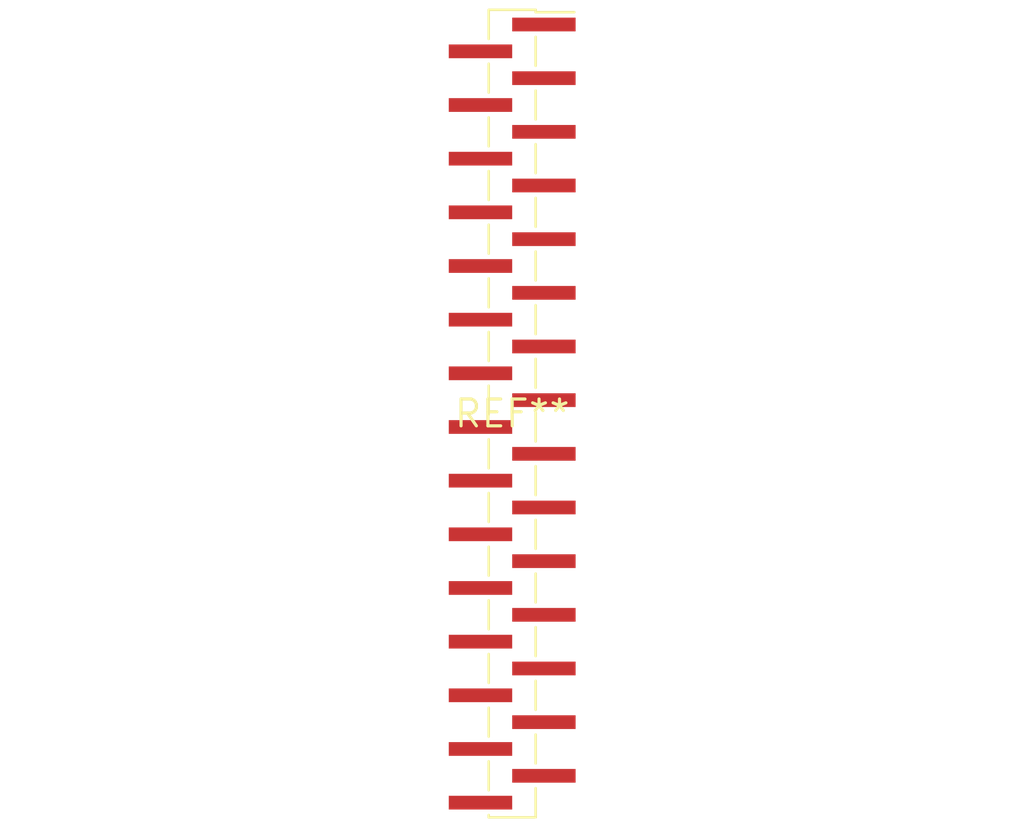
<source format=kicad_pcb>
(kicad_pcb (version 20240108) (generator pcbnew)
  (layers (0 "F.Cu" signal) (31 "B.Cu" signal) (34 "B.Paste" user) (35 "F.Paste" user) (36 "B.SilkS" user "B.Silkscreen") (37 "F.SilkS" user "F.Silkscreen") (38 "B.Mask" user) (39 "F.Mask" user) (44 "Edge.Cuts" user))
  (net 0 "")
  (footprint "PinHeader_1x30_P1.27mm_Vertical_SMD_Pin1Right" (layer "F.Cu") (at 0 0)
    (property "Reference" "REF**")
    (property "Value" "PinHeader_1x30_P1.27mm_Vertical_SMD_Pin1Right")
    (fp_line (start -1.11 -19.11) (end 1.11 -19.11) (layer "F.SilkS") (stroke (width 0.12)))
    (fp_line (start -1.11 -19.1) (end -1.11 -17.73) (layer "F.SilkS") (stroke (width 0.12)))
    (fp_line (start -1.11 -16.56) (end -1.11 -15.19) (layer "F.SilkS") (stroke (width 0.12)))
    (fp_line (start -1.11 -14.02) (end -1.11 -12.65) (layer "F.SilkS") (stroke (width 0.12)))
    (fp_line (start -1.11 -11.48) (end -1.11 -10.11) (layer "F.SilkS") (stroke (width 0.12)))
    (fp_line (start -1.11 -8.94) (end -1.11 -7.57) (layer "F.SilkS") (stroke (width 0.12)))
    (fp_line (start -1.11 -6.4) (end -1.11 -5.03) (layer "F.SilkS") (stroke (width 0.12)))
    (fp_line (start -1.11 -3.86) (end -1.11 -2.49) (layer "F.SilkS") (stroke (width 0.12)))
    (fp_line (start -1.11 -1.32) (end -1.11 0.05) (layer "F.SilkS") (stroke (width 0.12)))
    (fp_line (start -1.11 1.22) (end -1.11 2.59) (layer "F.SilkS") (stroke (width 0.12)))
    (fp_line (start -1.11 3.76) (end -1.11 5.13) (layer "F.SilkS") (stroke (width 0.12)))
    (fp_line (start -1.11 6.3) (end -1.11 7.67) (layer "F.SilkS") (stroke (width 0.12)))
    (fp_line (start -1.11 8.84) (end -1.11 10.21) (layer "F.SilkS") (stroke (width 0.12)))
    (fp_line (start -1.11 11.38) (end -1.11 12.75) (layer "F.SilkS") (stroke (width 0.12)))
    (fp_line (start -1.11 13.92) (end -1.11 15.29) (layer "F.SilkS") (stroke (width 0.12)))
    (fp_line (start -1.11 16.46) (end -1.11 17.83) (layer "F.SilkS") (stroke (width 0.12)))
    (fp_line (start -1.11 19) (end -1.11 19.11) (layer "F.SilkS") (stroke (width 0.12)))
    (fp_line (start -1.11 19.11) (end 1.11 19.11) (layer "F.SilkS") (stroke (width 0.12)))
    (fp_line (start 1.11 -19.11) (end 1.11 -19) (layer "F.SilkS") (stroke (width 0.12)))
    (fp_line (start 1.11 -19) (end 2.94 -19) (layer "F.SilkS") (stroke (width 0.12)))
    (fp_line (start 1.11 -17.83) (end 1.11 -16.46) (layer "F.SilkS") (stroke (width 0.12)))
    (fp_line (start 1.11 -15.29) (end 1.11 -13.92) (layer "F.SilkS") (stroke (width 0.12)))
    (fp_line (start 1.11 -12.75) (end 1.11 -11.38) (layer "F.SilkS") (stroke (width 0.12)))
    (fp_line (start 1.11 -10.21) (end 1.11 -8.84) (layer "F.SilkS") (stroke (width 0.12)))
    (fp_line (start 1.11 -7.67) (end 1.11 -6.3) (layer "F.SilkS") (stroke (width 0.12)))
    (fp_line (start 1.11 -5.13) (end 1.11 -3.76) (layer "F.SilkS") (stroke (width 0.12)))
    (fp_line (start 1.11 -2.59) (end 1.11 -1.22) (layer "F.SilkS") (stroke (width 0.12)))
    (fp_line (start 1.11 -0.05) (end 1.11 1.32) (layer "F.SilkS") (stroke (width 0.12)))
    (fp_line (start 1.11 2.49) (end 1.11 3.86) (layer "F.SilkS") (stroke (width 0.12)))
    (fp_line (start 1.11 5.03) (end 1.11 6.4) (layer "F.SilkS") (stroke (width 0.12)))
    (fp_line (start 1.11 7.57) (end 1.11 8.94) (layer "F.SilkS") (stroke (width 0.12)))
    (fp_line (start 1.11 10.11) (end 1.11 11.48) (layer "F.SilkS") (stroke (width 0.12)))
    (fp_line (start 1.11 12.65) (end 1.11 14.02) (layer "F.SilkS") (stroke (width 0.12)))
    (fp_line (start 1.11 15.19) (end 1.11 16.56) (layer "F.SilkS") (stroke (width 0.12)))
    (fp_line (start 1.11 17.73) (end 1.11 19.1) (layer "F.SilkS") (stroke (width 0.12)))
    (pad "1" smd rect (at 1.5 -18.415) (size 3 0.65) (layers "F.Cu" "F.Paste" "F.Mask"))
    (pad "2" smd rect (at -1.5 -17.145) (size 3 0.65) (layers "F.Cu" "F.Paste" "F.Mask"))
    (pad "3" smd rect (at 1.5 -15.875) (size 3 0.65) (layers "F.Cu" "F.Paste" "F.Mask"))
    (pad "4" smd rect (at -1.5 -14.605) (size 3 0.65) (layers "F.Cu" "F.Paste" "F.Mask"))
    (pad "5" smd rect (at 1.5 -13.335) (size 3 0.65) (layers "F.Cu" "F.Paste" "F.Mask"))
    (pad "6" smd rect (at -1.5 -12.065) (size 3 0.65) (layers "F.Cu" "F.Paste" "F.Mask"))
    (pad "7" smd rect (at 1.5 -10.795) (size 3 0.65) (layers "F.Cu" "F.Paste" "F.Mask"))
    (pad "8" smd rect (at -1.5 -9.525) (size 3 0.65) (layers "F.Cu" "F.Paste" "F.Mask"))
    (pad "9" smd rect (at 1.5 -8.255) (size 3 0.65) (layers "F.Cu" "F.Paste" "F.Mask"))
    (pad "10" smd rect (at -1.5 -6.985) (size 3 0.65) (layers "F.Cu" "F.Paste" "F.Mask"))
    (pad "11" smd rect (at 1.5 -5.715) (size 3 0.65) (layers "F.Cu" "F.Paste" "F.Mask"))
    (pad "12" smd rect (at -1.5 -4.445) (size 3 0.65) (layers "F.Cu" "F.Paste" "F.Mask"))
    (pad "13" smd rect (at 1.5 -3.175) (size 3 0.65) (layers "F.Cu" "F.Paste" "F.Mask"))
    (pad "14" smd rect (at -1.5 -1.905) (size 3 0.65) (layers "F.Cu" "F.Paste" "F.Mask"))
    (pad "15" smd rect (at 1.5 -0.635) (size 3 0.65) (layers "F.Cu" "F.Paste" "F.Mask"))
    (pad "16" smd rect (at -1.5 0.635) (size 3 0.65) (layers "F.Cu" "F.Paste" "F.Mask"))
    (pad "17" smd rect (at 1.5 1.905) (size 3 0.65) (layers "F.Cu" "F.Paste" "F.Mask"))
    (pad "18" smd rect (at -1.5 3.175) (size 3 0.65) (layers "F.Cu" "F.Paste" "F.Mask"))
    (pad "19" smd rect (at 1.5 4.445) (size 3 0.65) (layers "F.Cu" "F.Paste" "F.Mask"))
    (pad "20" smd rect (at -1.5 5.715) (size 3 0.65) (layers "F.Cu" "F.Paste" "F.Mask"))
    (pad "21" smd rect (at 1.5 6.985) (size 3 0.65) (layers "F.Cu" "F.Paste" "F.Mask"))
    (pad "22" smd rect (at -1.5 8.255) (size 3 0.65) (layers "F.Cu" "F.Paste" "F.Mask"))
    (pad "23" smd rect (at 1.5 9.525) (size 3 0.65) (layers "F.Cu" "F.Paste" "F.Mask"))
    (pad "24" smd rect (at -1.5 10.795) (size 3 0.65) (layers "F.Cu" "F.Paste" "F.Mask"))
    (pad "25" smd rect (at 1.5 12.065) (size 3 0.65) (layers "F.Cu" "F.Paste" "F.Mask"))
    (pad "26" smd rect (at -1.5 13.335) (size 3 0.65) (layers "F.Cu" "F.Paste" "F.Mask"))
    (pad "27" smd rect (at 1.5 14.605) (size 3 0.65) (layers "F.Cu" "F.Paste" "F.Mask"))
    (pad "28" smd rect (at -1.5 15.875) (size 3 0.65) (layers "F.Cu" "F.Paste" "F.Mask"))
    (pad "29" smd rect (at 1.5 17.145) (size 3 0.65) (layers "F.Cu" "F.Paste" "F.Mask"))
    (pad "30" smd rect (at -1.5 18.415) (size 3 0.65) (layers "F.Cu" "F.Paste" "F.Mask"))
  )
)
</source>
